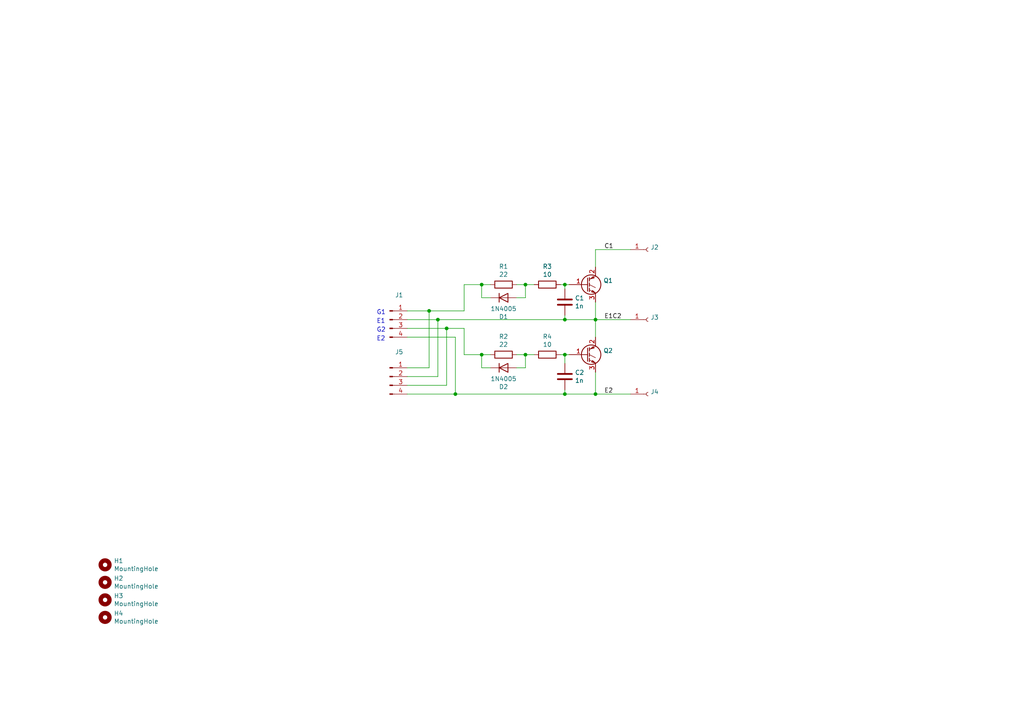
<source format=kicad_sch>
(kicad_sch (version 20230121) (generator eeschema)
  (paper "A4")
  (title_block (title "Modular Half-Bridge") (date "2021-04-22") (rev "1.1"))
  (lib_symbols
    (symbol "Device:C" (pin_numbers hide) (pin_names (offset 0.254))
      (property "Reference" "C" (at 0.635 2.54 0))
      (property "Value" "C" (at 0.635 -2.54 0))
      (symbol "C_0_1"
        (polyline (pts (xy -2.032 -0.762) (xy 2.032 -0.762)) (stroke (width 0.508)))
        (polyline (pts (xy -2.032 0.762) (xy 2.032 0.762)) (stroke (width 0.508)))
      )
      (symbol "C_1_1"
        (pin passive line (at 0 3.81 270) (length 2.794) (name "~") (number "1"))
        (pin passive line (at 0 -3.81 90) (length 2.794) (name "~") (number "2"))
      )
    )
    (symbol "Device:D" (pin_numbers hide) (pin_names (offset 1.016) hide)
      (property "Reference" "D" (at 0 2.54 0))
      (property "Value" "D" (at 0 -2.54 0))
      (symbol "D_0_1"
        (polyline (pts (xy -1.27 1.27) (xy -1.27 -1.27)) (stroke (width 0.254)))
        (polyline (pts (xy 1.27 0) (xy -1.27 0)))
        (polyline (pts (xy 1.27 1.27) (xy 1.27 -1.27) (xy -1.27 0) (xy 1.27 1.27)) (stroke (width 0.254)))
      )
      (symbol "D_1_1"
        (pin passive line (at -3.81 0 0) (length 2.54) (name "K") (number "1"))
        (pin passive line (at 3.81 0 180) (length 2.54) (name "A") (number "2"))
      )
    )
    (symbol "Device:Q_NIGBT_GCE" (pin_names (offset 0) hide)
      (property "Reference" "Q" (at 5.08 1.27 0))
      (property "Value" "Q_NIGBT_GCE" (at 5.08 -1.27 0))
      (symbol "Q_NIGBT_GCE_0_1"
        (polyline (pts (xy 0.762 -1.016) (xy 0.762 -2.032)) (stroke (width 0.254)))
        (polyline (pts (xy 0.762 0.508) (xy 0.762 -0.508)) (stroke (width 0.254)))
        (polyline (pts (xy 0.762 2.032) (xy 0.762 1.016)) (stroke (width 0.254)))
        (polyline (pts (xy 2.54 -2.413) (xy 0.762 -1.524)))
        (polyline (pts (xy 2.54 -0.889) (xy 0.762 0)))
        (polyline (pts (xy 2.54 2.413) (xy 0.762 1.524)))
        (polyline (pts (xy 0.254 1.905) (xy 0.254 -1.905) (xy 0.254 -1.905)) (stroke (width 0.254)))
        (polyline (pts (xy 1.397 -2.159) (xy 1.651 -1.651) (xy 2.54 -2.413) (xy 1.397 -2.159)) (fill (type outline)))
        (polyline (pts (xy 2.159 1.905) (xy 1.905 2.413) (xy 1.016 1.651) (xy 2.159 1.905)) (fill (type outline)))
        (circle (center 1.27 0) (radius 2.8194) (stroke (width 0.254)))
      )
      (symbol "Q_NIGBT_GCE_1_1"
        (pin input line (at -5.08 0 0) (length 5.334) (name "G") (number "1"))
        (pin passive line (at 2.54 5.08 270) (length 2.54) (name "C") (number "2"))
        (pin passive line (at 2.54 -5.08 90) (length 2.54) (name "E") (number "3"))
      )
    )
    (symbol "Device:R" (pin_numbers hide) (pin_names (offset 0))
      (property "Reference" "R" (at 2.032 0 90))
      (property "Value" "R" (at 0 0 90))
      (symbol "R_0_1"
        (rectangle (start -1.016 -2.54) (end 1.016 2.54) (stroke (width 0.254)))
      )
      (symbol "R_1_1"
        (pin passive line (at 0 3.81 270) (length 1.27) (name "~") (number "1"))
        (pin passive line (at 0 -3.81 90) (length 1.27) (name "~") (number "2"))
      )
    )
    (symbol "Mechanical:MountingHole" (pin_names (offset 1.016))
      (property "Reference" "H" (at 0 5.08 0))
      (property "Value" "MountingHole" (at 0 3.175 0))
      (symbol "MountingHole_0_1"
        (circle (center 0 0) (radius 1.27) (stroke (width 1.27)))
      )
    )
    (symbol "half-bridge-mod-rescue:Conn_01x01_Female-Connector" (pin_names (offset 1.016) hide)
      (property "Reference" "J" (at 0 2.54 0))
      (property "Value" "Connector_Conn_01x01_Female" (at 0 -2.54 0))
      (symbol "Conn_01x01_Female-Connector_1_1"
        (polyline (pts (xy -1.27 0) (xy -0.508 0)) (stroke (width 0.1524)))
        (arc (start 0 0.508) (mid -0.5058 0) (end 0 -0.508) (stroke (width 0.1524)))
        (pin passive line (at -5.08 0 0) (length 3.81) (name "Pin_1") (number "1"))
      )
    )
    (symbol "half-bridge-mod-rescue:Conn_01x04_Male-Connector" (pin_names (offset 1.016) hide)
      (property "Reference" "J" (at 0 5.08 0))
      (property "Value" "Connector_Conn_01x04_Male" (at 0 -7.62 0))
      (symbol "Conn_01x04_Male-Connector_1_1"
        (polyline (pts (xy 1.27 -5.08) (xy 0.8636 -5.08)) (stroke (width 0.1524)))
        (polyline (pts (xy 1.27 -2.54) (xy 0.8636 -2.54)) (stroke (width 0.1524)))
        (polyline (pts (xy 1.27 0) (xy 0.8636 0)) (stroke (width 0.1524)))
        (polyline (pts (xy 1.27 2.54) (xy 0.8636 2.54)) (stroke (width 0.1524)))
        (rectangle (start 0.8636 -4.953) (end 0 -5.207) (stroke (width 0.1524)) (fill (type outline)))
        (rectangle (start 0.8636 -2.413) (end 0 -2.667) (stroke (width 0.1524)) (fill (type outline)))
        (rectangle (start 0.8636 0.127) (end 0 -0.127) (stroke (width 0.1524)) (fill (type outline)))
        (rectangle (start 0.8636 2.667) (end 0 2.413) (stroke (width 0.1524)) (fill (type outline)))
        (pin passive line (at 5.08 2.54 180) (length 3.81) (name "Pin_1") (number "1"))
        (pin passive line (at 5.08 0 180) (length 3.81) (name "Pin_2") (number "2"))
        (pin passive line (at 5.08 -2.54 180) (length 3.81) (name "Pin_3") (number "3"))
        (pin passive line (at 5.08 -5.08 180) (length 3.81) (name "Pin_4") (number "4"))
      )
    )
  )
  (junction (at 129.54 95.25))
  (junction (at 152.4 82.55))
  (junction (at 139.7 82.55))
  (junction (at 163.83 82.55))
  (junction (at 139.7 102.87))
  (junction (at 163.83 102.87))
  (junction (at 152.4 102.87))
  (junction (at 127 92.71))
  (junction (at 172.72 92.71))
  (junction (at 132.08 114.3))
  (junction (at 163.83 92.71))
  (junction (at 172.72 114.3))
  (junction (at 163.83 114.3))
  (junction (at 124.46 90.17))
  (wire (pts (xy 127 92.71) (xy 118.11 92.71)))
  (wire (pts (xy 139.7 106.68) (xy 139.7 102.87)))
  (wire (pts (xy 139.7 102.87) (xy 142.24 102.87)))
  (wire (pts (xy 129.54 95.25) (xy 118.11 95.25)))
  (wire (pts (xy 152.4 106.68) (xy 152.4 102.87)))
  (wire (pts (xy 124.46 90.17) (xy 134.62 90.17)))
  (wire (pts (xy 163.83 83.82) (xy 163.83 82.55)))
  (wire (pts (xy 172.72 77.47) (xy 172.72 72.39)))
  (wire (pts (xy 139.7 82.55) (xy 142.24 82.55)))
  (wire (pts (xy 118.11 106.68) (xy 124.46 106.68)))
  (wire (pts (xy 182.88 92.71) (xy 172.72 92.71)))
  (wire (pts (xy 134.62 90.17) (xy 134.62 82.55)))
  (wire (pts (xy 139.7 102.87) (xy 134.62 102.87)))
  (wire (pts (xy 127 109.22) (xy 127 92.71)))
  (wire (pts (xy 132.08 97.79) (xy 118.11 97.79)))
  (wire (pts (xy 139.7 86.36) (xy 139.7 82.55)))
  (wire (pts (xy 132.08 114.3) (xy 132.08 97.79)))
  (wire (pts (xy 172.72 92.71) (xy 172.72 87.63)))
  (wire (pts (xy 149.86 106.68) (xy 152.4 106.68)))
  (wire (pts (xy 134.62 102.87) (xy 134.62 95.25)))
  (wire (pts (xy 165.1 82.55) (xy 163.83 82.55)))
  (wire (pts (xy 124.46 106.68) (xy 124.46 90.17)))
  (wire (pts (xy 172.72 92.71) (xy 163.83 92.71)))
  (wire (pts (xy 172.72 72.39) (xy 182.88 72.39)))
  (wire (pts (xy 152.4 102.87) (xy 149.86 102.87)))
  (wire (pts (xy 152.4 82.55) (xy 154.94 82.55)))
  (wire (pts (xy 172.72 114.3) (xy 163.83 114.3)))
  (wire (pts (xy 134.62 95.25) (xy 129.54 95.25)))
  (wire (pts (xy 118.11 114.3) (xy 132.08 114.3)))
  (wire (pts (xy 149.86 86.36) (xy 152.4 86.36)))
  (wire (pts (xy 129.54 111.76) (xy 129.54 95.25)))
  (wire (pts (xy 142.24 86.36) (xy 139.7 86.36)))
  (wire (pts (xy 163.83 113.03) (xy 163.83 114.3)))
  (wire (pts (xy 172.72 107.95) (xy 172.72 114.3)))
  (wire (pts (xy 149.86 82.55) (xy 152.4 82.55)))
  (wire (pts (xy 154.94 102.87) (xy 152.4 102.87)))
  (wire (pts (xy 162.56 102.87) (xy 163.83 102.87)))
  (wire (pts (xy 142.24 106.68) (xy 139.7 106.68)))
  (wire (pts (xy 163.83 82.55) (xy 162.56 82.55)))
  (wire (pts (xy 172.72 97.79) (xy 172.72 92.71)))
  (wire (pts (xy 163.83 114.3) (xy 132.08 114.3)))
  (wire (pts (xy 118.11 109.22) (xy 127 109.22)))
  (wire (pts (xy 182.88 114.3) (xy 172.72 114.3)))
  (wire (pts (xy 163.83 92.71) (xy 127 92.71)))
  (wire (pts (xy 118.11 111.76) (xy 129.54 111.76)))
  (wire (pts (xy 134.62 82.55) (xy 139.7 82.55)))
  (wire (pts (xy 152.4 86.36) (xy 152.4 82.55)))
  (wire (pts (xy 163.83 91.44) (xy 163.83 92.71)))
  (wire (pts (xy 163.83 105.41) (xy 163.83 102.87)))
  (wire (pts (xy 118.11 90.17) (xy 124.46 90.17)))
  (wire (pts (xy 163.83 102.87) (xy 165.1 102.87)))
  (text "E2" (at 109.22 99.06 0) (effects (font (size 1.27 1.27)) (justify left bottom)))
  (text "G1" (at 109.22 91.44 0) (effects (font (size 1.27 1.27)) (justify left bottom)))
  (text "E1" (at 109.22 93.98 0) (effects (font (size 1.27 1.27)) (justify left bottom)))
  (text "G2" (at 109.22 96.52 0) (effects (font (size 1.27 1.27)) (justify left bottom)))
  (label "C1" (at 175.26 72.39 0))
  (label "E2" (at 175.26 114.3 0))
  (label "E1C2" (at 175.26 92.71 0))
  (symbol (lib_id "half-bridge-mod-rescue:Conn_01x04_Male-Connector") (at 113.03 92.71 0) (unit 1)
    (property "Reference" "J1" (at 115.7732 85.5726 0))
    (property "Value" "Conn_01x04_Male" (effects hide))
    (property "Footprint" "Connector_PinHeader_2.54mm:PinHeader_1x04_P2.54mm_Vertical" (effects hide))
  )
  (symbol (lib_id "Device:Q_NIGBT_GCE") (at 170.18 82.55 0) (unit 1)
    (property "Reference" "Q1" (at 175.006 81.3816 0) (effects (justify left)))
    (property "Value" "Q_NIGBT_GCE" (effects hide))
    (property "Footprint" "Package_TO_SOT_THT:TO-247-3_Horizontal_TabUp" (effects hide))
  )
  (symbol (lib_id "Device:Q_NIGBT_GCE") (at 170.18 102.87 0) (unit 1)
    (property "Reference" "Q2" (at 175.006 101.7016 0) (effects (justify left)))
    (property "Value" "Q_NIGBT_GCE" (effects hide))
    (property "Footprint" "Package_TO_SOT_THT:TO-247-3_Horizontal_TabUp" (effects hide))
  )
  (symbol (lib_id "half-bridge-mod-rescue:Conn_01x01_Female-Connector") (at 187.96 72.39 0) (unit 1)
    (property "Reference" "J2" (at 188.6712 71.7296 0) (effects (justify left)))
    (property "Value" "Conn_01x01_Female" (effects hide))
    (property "Footprint" "half-bridge-mod:Terminal_Block_Welder_no_hole" (effects hide))
  )
  (symbol (lib_id "half-bridge-mod-rescue:Conn_01x01_Female-Connector") (at 187.96 92.71 0) (unit 1)
    (property "Reference" "J3" (at 188.6712 92.0496 0) (effects (justify left)))
    (property "Value" "Conn_01x01_Female" (effects hide))
    (property "Footprint" "half-bridge-mod:Terminal_Block_Welder_no_hole" (effects hide))
  )
  (symbol (lib_id "half-bridge-mod-rescue:Conn_01x01_Female-Connector") (at 187.96 114.3 0) (unit 1)
    (property "Reference" "J4" (at 188.6712 113.6396 0) (effects (justify left)))
    (property "Value" "Conn_01x01_Female" (effects hide))
    (property "Footprint" "half-bridge-mod:Terminal_Block_Welder_no_hole" (effects hide))
  )
  (symbol (lib_id "Device:R") (at 158.75 82.55 270) (unit 1)
    (property "Reference" "R3" (at 158.75 77.2922 90))
    (property "Value" "10" (at 158.75 79.6036 90))
    (property "Footprint" "Resistor_SMD:R_1206_3216Metric" (effects hide))
  )
  (symbol (lib_id "Device:R") (at 158.75 102.87 270) (unit 1)
    (property "Reference" "R4" (at 158.75 97.6122 90))
    (property "Value" "10" (at 158.75 99.9236 90))
    (property "Footprint" "Resistor_SMD:R_1206_3216Metric" (effects hide))
  )
  (symbol (lib_id "Device:R") (at 146.05 82.55 270) (unit 1)
    (property "Reference" "R1" (at 146.05 77.2922 90))
    (property "Value" "22" (at 146.05 79.6036 90))
    (property "Footprint" "Resistor_SMD:R_1206_3216Metric" (effects hide))
  )
  (symbol (lib_id "Device:R") (at 146.05 102.87 270) (unit 1)
    (property "Reference" "R2" (at 146.05 97.6122 90))
    (property "Value" "22" (at 146.05 99.9236 90))
    (property "Footprint" "Resistor_SMD:R_1206_3216Metric" (effects hide))
  )
  (symbol (lib_id "Device:D") (at 146.05 86.36 0) (mirror x) (unit 1)
    (property "Reference" "D1" (at 146.05 91.8718 0))
    (property "Value" "1N4005" (at 146.05 89.5604 0))
    (property "Footprint" "Diode_SMD:D_SMA" (effects hide))
  )
  (symbol (lib_id "Device:D") (at 146.05 106.68 0) (mirror x) (unit 1)
    (property "Reference" "D2" (at 146.05 112.1918 0))
    (property "Value" "1N4005" (at 146.05 109.8804 0))
    (property "Footprint" "Diode_SMD:D_SMA" (effects hide))
  )
  (symbol (lib_id "Mechanical:MountingHole") (at 30.48 163.83 0) (unit 1)
    (property "Reference" "H1" (at 33.02 162.6616 0) (effects (justify left)))
    (property "Value" "MountingHole" (at 33.02 164.973 0) (effects (justify left)))
    (property "Footprint" "MountingHole:MountingHole_2.2mm_M2" (effects hide))
  )
  (symbol (lib_id "Mechanical:MountingHole") (at 30.48 168.91 0) (unit 1)
    (property "Reference" "H2" (at 33.02 167.7416 0) (effects (justify left)))
    (property "Value" "MountingHole" (at 33.02 170.053 0) (effects (justify left)))
    (property "Footprint" "MountingHole:MountingHole_2.2mm_M2" (effects hide))
  )
  (symbol (lib_id "Mechanical:MountingHole") (at 30.48 173.99 0) (unit 1)
    (property "Reference" "H3" (at 33.02 172.8216 0) (effects (justify left)))
    (property "Value" "MountingHole" (at 33.02 175.133 0) (effects (justify left)))
    (property "Footprint" "MountingHole:MountingHole_2.2mm_M2" (effects hide))
  )
  (symbol (lib_id "half-bridge-mod-rescue:Conn_01x04_Male-Connector") (at 113.03 109.22 0) (unit 1)
    (property "Reference" "J5" (at 115.7732 102.0826 0))
    (property "Value" "Conn_01x04_Male" (effects hide))
    (property "Footprint" "Connector_PinHeader_2.54mm:PinHeader_1x04_P2.54mm_Vertical" (effects hide))
  )
  (symbol (lib_id "Mechanical:MountingHole") (at 30.48 179.07 0) (unit 1)
    (property "Reference" "H4" (at 33.02 177.9016 0) (effects (justify left)))
    (property "Value" "MountingHole" (at 33.02 180.213 0) (effects (justify left)))
    (property "Footprint" "MountingHole:MountingHole_2.2mm_M2" (effects hide))
  )
  (symbol (lib_id "Device:C") (at 163.83 87.63 0) (unit 1)
    (property "Reference" "C1" (at 166.751 86.4616 0) (effects (justify left)))
    (property "Value" "1n" (at 166.751 88.773 0) (effects (justify left)))
    (property "Footprint" "Capacitor_SMD:C_1206_3216Metric" (effects hide))
  )
  (symbol (lib_id "Device:C") (at 163.83 109.22 0) (unit 1)
    (property "Reference" "C2" (at 166.751 108.0516 0) (effects (justify left)))
    (property "Value" "1n" (at 166.751 110.363 0) (effects (justify left)))
    (property "Footprint" "Capacitor_SMD:C_1206_3216Metric" (effects hide))
  )
)
</source>
